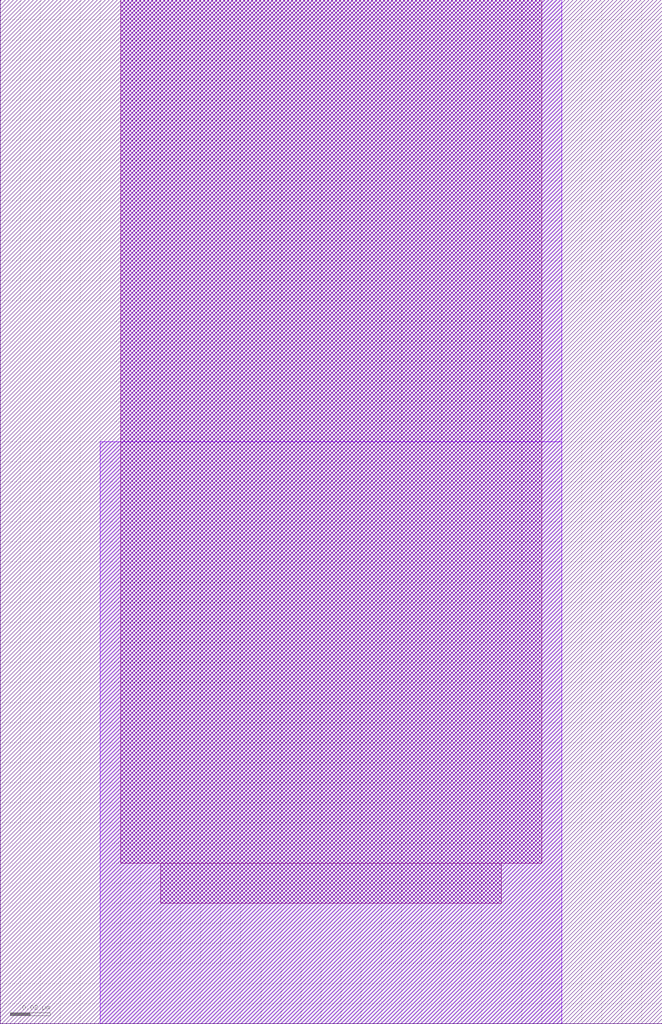
<source format=lef>
VERSION 5.7 ;
  NOWIREEXTENSIONATPIN ON ;
  DIVIDERCHAR "/" ;
  BUSBITCHARS "[]" ;
UNITS
  DATABASE MICRONS 200 ;
END UNITS

LAYER via2
  TYPE CUT ;
END via2

LAYER via
  TYPE CUT ;
END via

LAYER nwell
  TYPE MASTERSLICE ;
END nwell

LAYER via3
  TYPE CUT ;
END via3

LAYER pwell
  TYPE MASTERSLICE ;
END pwell

LAYER via4
  TYPE CUT ;
END via4

LAYER mcon
  TYPE CUT ;
END mcon

LAYER met6
  TYPE ROUTING ;
  WIDTH 0.030000 ;
  SPACING 0.040000 ;
  DIRECTION HORIZONTAL ;
END met6

LAYER met1
  TYPE ROUTING ;
  WIDTH 0.140000 ;
  SPACING 0.140000 ;
  DIRECTION HORIZONTAL ;
END met1

LAYER met3
  TYPE ROUTING ;
  WIDTH 0.300000 ;
  SPACING 0.300000 ;
  DIRECTION HORIZONTAL ;
END met3

LAYER met2
  TYPE ROUTING ;
  WIDTH 0.140000 ;
  SPACING 0.140000 ;
  DIRECTION HORIZONTAL ;
END met2

LAYER met4
  TYPE ROUTING ;
  WIDTH 0.300000 ;
  SPACING 0.300000 ;
  DIRECTION HORIZONTAL ;
END met4

LAYER met5
  TYPE ROUTING ;
  WIDTH 1.600000 ;
  SPACING 1.600000 ;
  DIRECTION HORIZONTAL ;
END met5

LAYER li1
  TYPE ROUTING ;
  WIDTH 0.170000 ;
  SPACING 0.170000 ;
  DIRECTION HORIZONTAL ;
END li1

MACRO sky130_hilas_poly2m1
  CLASS BLOCK ;
  FOREIGN sky130_hilas_poly2m1 ;
  ORIGIN 0.090 0.260 ;
  SIZE 0.330 BY 0.510 ;
  OBS
      LAYER li1 ;
        RECT -0.030 -0.180 0.180 0.250 ;
        RECT -0.010 -0.200 0.160 -0.180 ;
      LAYER met1 ;
        RECT -0.030 0.030 0.190 0.250 ;
        RECT -0.040 -0.260 0.190 0.030 ;
  END
END sky130_hilas_poly2m1
END LIBRARY


</source>
